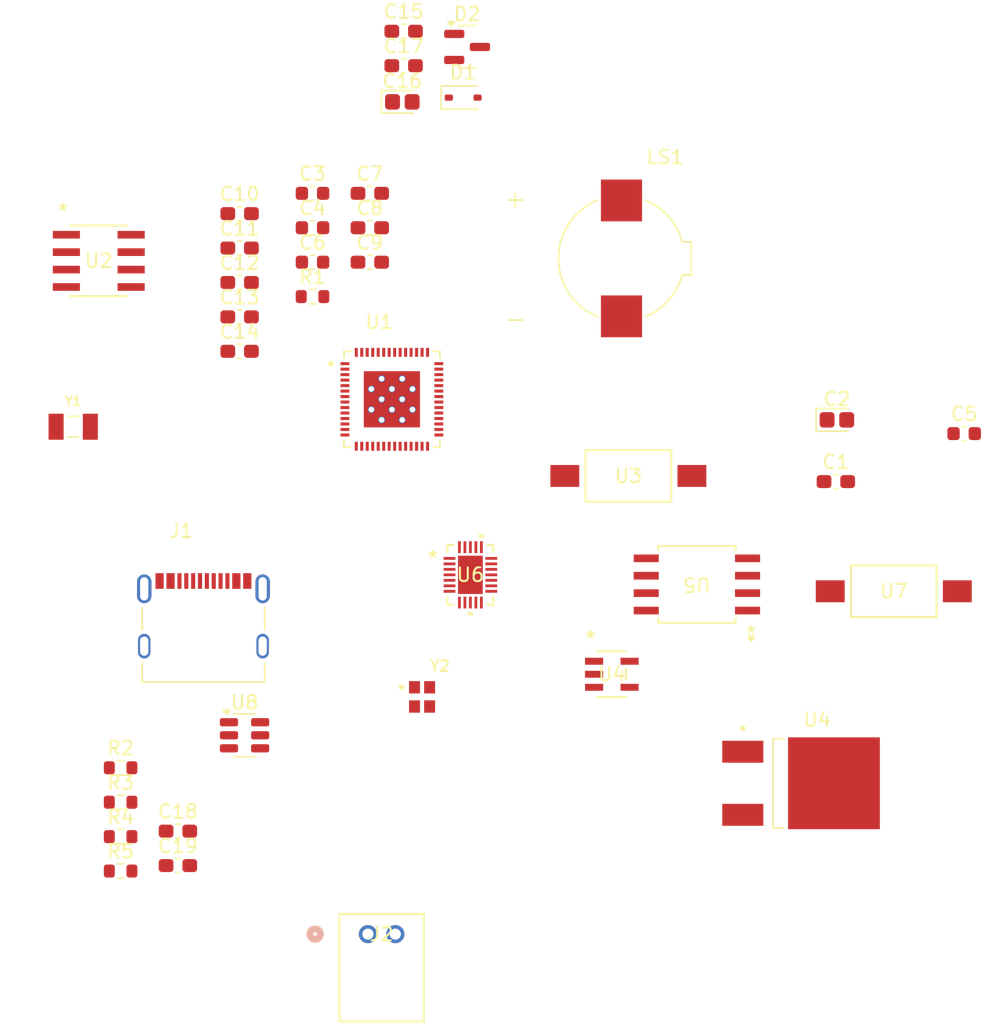
<source format=kicad_pcb>
(kicad_pcb (version 20241229) (generator "pcbnew") (generator_version "9.0")
  (layers (0 "F.Cu" signal) (2 "B.Cu" signal) (13 "F.Paste" user) (15 "B.Paste" user) (5 "F.SilkS" user "F.Silkscreen") (7 "B.SilkS" user "B.Silkscreen") (1 "F.Mask" user) (3 "B.Mask" user) (25 "Edge.Cuts" user))
  (net 0 "")
  (net 9 "SPI_WP")
  (net 14 "SPI_D")
  (net 29 "GND")
  (net 35 "VDD_SPI")
  (net 61 "SPI_HD")
  (net 62 "SPI_CLK")
  (net 63 "SPI_Q")
  (net 64 "SPI_CS0")
  (net 91 "XTAL32_P")
  (net 92 "XTAL32_N")
  (net 93 "Net-(C5-Pad2)")
  (net 94 "XTAL_N")
  (net 95 "+3.3V")
  (net 96 "XTAL_P")
  (net 97 "Net-(C12-Pad1)")
  (net 98 "Reset")
  (net 99 "Boot")
  (net 100 "+5V")
  (net 101 "+BATT")
  (net 102 "+5VA")
  (net 103 "USB_DP1")
  (net 104 "Net-(J1-CC1_B)")
  (net 105 "USB_DN1")
  (net 106 "Net-(J1-CC1_A)")
  (net 107 "USB_DN")
  (net 108 "USB_DP")
  (footprint "jst:CONN_S2B-PH-K-S_JST" (layer "F.Cu") (at 148.999999 86)
    (property "Reference" "J2" (at 1 0 0) (layer "F.SilkS"))
    (property "Value" "S2B-PH-K-SLFSN")
    (fp_line (start -2.0734 -1.477) (end -2.0734 6.3716) (stroke (width 0.1524)) (layer "F.SilkS"))
    (fp_line (start -2.0734 6.3716) (end 4.0734 6.3716) (stroke (width 0.1524)) (layer "F.SilkS"))
    (fp_line (start 4.0734 -1.477) (end -2.0734 -1.477) (stroke (width 0.1524)) (layer "F.SilkS"))
    (fp_line (start 4.0734 6.3716) (end 4.0734 -1.477) (stroke (width 0.1524)) (layer "F.SilkS"))
    (fp_circle (center -3.8514 0) (end -3.4704 0) (stroke (width 0.508)) (fill no) (layer "F.SilkS"))
    (fp_circle (center -3.8514 0) (end -3.4704 0) (stroke (width 0.508)) (fill no) (layer "B.SilkS"))
    (pad "1" thru_hole circle (at 0 0) (size 1.3208 1.3208) (drill 0.8128) (layers "*.Cu" "*.Mask") (net 101 "+BATT"))
    (pad "2" thru_hole circle (at 2.000001 0) (size 1.3208 1.3208) (drill 0.8128) (layers "*.Cu" "*.Mask") (net 29 "GND"))
  )
  (footprint "Capacitor_SMD:C_0603_1608Metric_Pad1.08x0.95mm_HandSolder" (layer "F.Cu") (at 135.1375 81)
    (property "Reference" "C19" (at 0 -1.43 0) (layer "F.SilkS"))
    (property "Value" "0.1 uF")
    (fp_line (start -0.146267 -0.51) (end 0.146267 -0.51) (stroke (width 0.12)) (layer "F.SilkS"))
    (fp_line (start -0.146267 0.51) (end 0.146267 0.51) (stroke (width 0.12)) (layer "F.SilkS"))
    (pad "1" smd roundrect (at -0.8625 0) (size 1.075 0.95) (layers "F.Cu" "F.Mask" "F.Paste") (net 98 "Reset"))
    (pad "2" smd roundrect (at 0.8625 0) (size 1.075 0.95) (layers "F.Cu" "F.Mask" "F.Paste") (net 29 "GND"))
  )
  (footprint "Capacitor_SMD:C_0603_1608Metric" (layer "F.Cu") (at 144.9575 34.49)
    (property "Reference" "C4" (at 0 -1.43 0) (layer "F.SilkS"))
    (property "Value" "22 pF")
    (fp_line (start -0.14058 -0.51) (end 0.14058 -0.51) (stroke (width 0.12)) (layer "F.SilkS"))
    (fp_line (start -0.14058 0.51) (end 0.14058 0.51) (stroke (width 0.12)) (layer "F.SilkS"))
    (pad "1" smd roundrect (at -0.775 0) (size 0.9 0.95) (layers "F.Cu" "F.Mask" "F.Paste") (net 92 "XTAL32_N"))
    (pad "2" smd roundrect (at 0.775 0) (size 0.9 0.95) (layers "F.Cu" "F.Mask" "F.Paste") (net 29 "GND"))
  )
  (footprint "Capacitor_SMD:C_0603_1608Metric_Pad1.08x0.95mm_HandSolder" (layer "F.Cu") (at 149.1375 37)
    (property "Reference" "C9" (at 0 -1.43 0) (layer "F.SilkS"))
    (property "Value" "0.1 uF")
    (fp_line (start -0.146267 -0.51) (end 0.146267 -0.51) (stroke (width 0.12)) (layer "F.SilkS"))
    (fp_line (start -0.146267 0.51) (end 0.146267 0.51) (stroke (width 0.12)) (layer "F.SilkS"))
    (pad "1" smd roundrect (at -0.8625 0) (size 1.075 0.95) (layers "F.Cu" "F.Mask" "F.Paste") (net 95 "+3.3V"))
    (pad "2" smd roundrect (at 0.8625 0) (size 1.075 0.95) (layers "F.Cu" "F.Mask" "F.Paste") (net 29 "GND"))
  )
  (footprint "L78M05CDT_TR:VREG_L78M05CDT-TR" (layer "F.Cu") (at 180.6 75)
    (property "Reference" "U4" (at 1.175 -4.635 0) (layer "F.SilkS"))
    (property "Value" "L78M05CDT-TR")
    (fp_line (start -2.0375 -3.25) (end -2.0375 3.25) (stroke (width 0.127)) (layer "F.SilkS"))
    (fp_line (start -2.0375 3.25) (end -1.264 3.25) (stroke (width 0.127)) (layer "F.SilkS"))
    (fp_line (start -1.264 -3.25) (end -2.0375 -3.25) (stroke (width 0.127)) (layer "F.SilkS"))
    (fp_circle (center -4.25 -4) (end -4.15 -4) (stroke (width 0.2)) (fill no) (layer "F.SilkS"))
    (pad "1" smd rect (at -4.25 -2.3) (size 3 1.6) (layers "F.Cu" "F.Mask" "F.Paste") (net 100 "+5V"))
    (pad "2" smd rect (at 2.4 0) (size 6.7 6.7) (layers "F.Cu" "F.Mask") (net 29 "GND"))
    (pad "3" smd rect (at -4.25 2.3) (size 3 1.6) (layers "F.Cu" "F.Mask" "F.Paste") (net 95 "+3.3V"))
  )
  (footprint "Capacitor_SMD:C_0603_1608Metric_Pad1.08x0.95mm_HandSolder" (layer "F.Cu") (at 149.1375 34.49)
    (property "Reference" "C8" (at 0 -1.43 0) (layer "F.SilkS"))
    (property "Value" "0.1 uF")
    (fp_line (start -0.146267 -0.51) (end 0.146267 -0.51) (stroke (width 0.12)) (layer "F.SilkS"))
    (fp_line (start -0.146267 0.51) (end 0.146267 0.51) (stroke (width 0.12)) (layer "F.SilkS"))
    (pad "1" smd roundrect (at -0.8625 0) (size 1.075 0.95) (layers "F.Cu" "F.Mask" "F.Paste") (net 95 "+3.3V"))
    (pad "2" smd roundrect (at 0.8625 0) (size 1.075 0.95) (layers "F.Cu" "F.Mask" "F.Paste") (net 29 "GND"))
  )
  (footprint "Resistor_SMD:R_0603_1608Metric" (layer "F.Cu") (at 130.9575 78.89)
    (property "Reference" "R4" (at 0 -1.43 0) (layer "F.SilkS"))
    (property "Value" "5 K")
    (fp_line (start -0.237258 -0.5225) (end 0.237258 -0.5225) (stroke (width 0.12)) (layer "F.SilkS"))
    (fp_line (start -0.237258 0.5225) (end 0.237258 0.5225) (stroke (width 0.12)) (layer "F.SilkS"))
    (pad "1" smd roundrect (at -0.825 0) (size 0.8 0.95) (layers "F.Cu" "F.Mask" "F.Paste") (net 104 "Net-(J1-CC1_B)"))
    (pad "2" smd roundrect (at 0.825 0) (size 0.8 0.95) (layers "F.Cu" "F.Mask" "F.Paste") (net 29 "GND"))
  )
  (footprint "Capacitor_SMD:C_0603_1608Metric_Pad1.08x0.95mm_HandSolder" (layer "F.Cu") (at 135.1375 78.49)
    (property "Reference" "C18" (at 0 -1.43 0) (layer "F.SilkS"))
    (property "Value" "0.1 uF")
    (fp_line (start -0.146267 -0.51) (end 0.146267 -0.51) (stroke (width 0.12)) (layer "F.SilkS"))
    (fp_line (start -0.146267 0.51) (end 0.146267 0.51) (stroke (width 0.12)) (layer "F.SilkS"))
    (pad "1" smd roundrect (at -0.8625 0) (size 1.075 0.95) (layers "F.Cu" "F.Mask" "F.Paste") (net 99 "Boot"))
    (pad "2" smd roundrect (at 0.8625 0) (size 1.075 0.95) (layers "F.Cu" "F.Mask" "F.Paste") (net 29 "GND"))
  )
  (footprint "Capacitor_Tantalum_SMD:CP_EIA-1608-08_AVX-J" (layer "F.Cu") (at 151.51 25.31)
    (property "Reference" "C16" (at 0 -1.52 0) (layer "F.SilkS"))
    (property "Value" "10 uF")
    (fp_line (start -1.52 -0.825) (end -1.52 0.825) (stroke (width 0.12)) (layer "F.SilkS"))
    (fp_line (start -1.52 0.825) (end 0.8 0.825) (stroke (width 0.12)) (layer "F.SilkS"))
    (fp_line (start 0.8 -0.825) (end -1.52 -0.825) (stroke (width 0.12)) (layer "F.SilkS"))
    (pad "1" smd roundrect (at -0.715 0) (size 1.09 1.13) (layers "F.Cu" "F.Mask" "F.Paste") (roundrect_rratio 0.229358) (net 95 "+3.3V"))
    (pad "2" smd roundrect (at 0.715 0) (size 1.09 1.13) (layers "F.Cu" "F.Mask" "F.Paste") (roundrect_rratio 0.229358) (net 29 "GND"))
  )
  (footprint "Resistor_SMD:R_0603_1608Metric" (layer "F.Cu") (at 130.9575 81.4)
    (property "Reference" "R5" (at 0 -1.43 0) (layer "F.SilkS"))
    (property "Value" "5 K")
    (fp_line (start -0.237258 -0.5225) (end 0.237258 -0.5225) (stroke (width 0.12)) (layer "F.SilkS"))
    (fp_line (start -0.237258 0.5225) (end 0.237258 0.5225) (stroke (width 0.12)) (layer "F.SilkS"))
    (pad "1" smd roundrect (at -0.825 0) (size 0.8 0.95) (layers "F.Cu" "F.Mask" "F.Paste") (net 29 "GND"))
    (pad "2" smd roundrect (at 0.825 0) (size 0.8 0.95) (layers "F.Cu" "F.Mask" "F.Paste") (net 106 "Net-(J1-CC1_A)"))
  )
  (footprint "Package_TO_SOT_SMD:SOT-23-6" (layer "F.Cu") (at 140 71.5)
    (property "Reference" "U8" (at 0 -2.4 0) (layer "F.SilkS"))
    (property "Value" "USBLC6-2SC6")
    (fp_line (start 0 -1.56) (end -0.8 -1.56) (stroke (width 0.12)) (layer "F.SilkS"))
    (fp_line (start 0 -1.56) (end 0.8 -1.56) (stroke (width 0.12)) (layer "F.SilkS"))
    (fp_line (start 0 1.56) (end -0.8 1.56) (stroke (width 0.12)) (layer "F.SilkS"))
    (fp_line (start 0 1.56) (end 0.8 1.56) (stroke (width 0.12)) (layer "F.SilkS"))
    (fp_poly (pts (xy -1.3 -1.51) (xy -1.54 -1.84) (xy -1.06 -1.84)) (stroke (width 0.12)) (fill yes) (layer "F.SilkS"))
    (pad "1" smd roundrect (at -1.1375 -0.95) (size 1.325 0.6) (layers "F.Cu" "F.Mask" "F.Paste") (net 108 "USB_DP"))
    (pad "2" smd roundrect (at -1.1375 0) (size 1.325 0.6) (layers "F.Cu" "F.Mask" "F.Paste") (net 29 "GND"))
    (pad "3" smd roundrect (at -1.1375 0.95) (size 1.325 0.6) (layers "F.Cu" "F.Mask" "F.Paste") (net 107 "USB_DN"))
    (pad "4" smd roundrect (at 1.1375 0.95) (size 1.325 0.6) (layers "F.Cu" "F.Mask" "F.Paste") (net 105 "USB_DN1"))
    (pad "5" smd roundrect (at 1.1375 0) (size 1.325 0.6) (layers "F.Cu" "F.Mask" "F.Paste") (net 102 "+5VA"))
    (pad "6" smd roundrect (at 1.1375 -0.95) (size 1.325 0.6) (layers "F.Cu" "F.Mask" "F.Paste") (net 103 "USB_DP1"))
  )
  (footprint "CX2016DB40000D0FLJCC:OSC_CX2016DB40000D0FLJCC" (layer "F.Cu") (at 152.95 68.7)
    (property "Reference" "Y2" (at 1.3 -2.25 0) (layer "F.SilkS") (effects (font (size 0.787402 0.787402))))
    (property "Value" "CX2016DB40000D0FLJCC")
    (fp_circle (center -1.5 -0.7) (end -1.4 -0.7) (stroke (width 0.2)) (fill no) (layer "F.SilkS"))
    (pad "1" smd rect (at -0.55 -0.7) (size 0.8 0.9) (layers "F.Cu" "F.Mask" "F.Paste") (net 93 "Net-(C5-Pad2)"))
    (pad "2" smd rect (at -0.55 0.7) (size 0.8 0.9) (layers "F.Cu" "F.Mask" "F.Paste") (net 29 "GND"))
    (pad "3" smd rect (at 0.55 0.7) (size 0.8 0.9) (layers "F.Cu" "F.Mask" "F.Paste") (net 94 "XTAL_N"))
    (pad "4" smd rect (at 0.55 -0.7) (size 0.8 0.9) (layers "F.Cu" "F.Mask" "F.Paste"))
  )
  (footprint "mx flash:SOP8_200MIL_MAC-M" (layer "F.Cu") (at 173 60.5 180)
    (property "Reference" "U5" (at 0 0 180) (layer "F.SilkS"))
    (property "Value" "MX25L6433FM2I-08Q")
    (fp_line (start 2.8194 2.794) (end 2.8194 2.51714) (stroke (width 0.1524)) (layer "F.SilkS"))
    (fp_line (start 2.8194 -2.51714) (end 2.8194 -2.794) (stroke (width 0.1524)) (layer "F.SilkS"))
    (fp_line (start 2.8194 -2.794) (end -2.8194 -2.794) (stroke (width 0.1524)) (layer "F.SilkS"))
    (fp_line (start -2.8194 2.794) (end 2.8194 2.794) (stroke (width 0.1524)) (layer "F.SilkS"))
    (fp_line (start -2.8194 2.51714) (end -2.8194 2.794) (stroke (width 0.1524)) (layer "F.SilkS"))
    (fp_line (start -2.8194 -2.794) (end -2.8194 -2.51714) (stroke (width 0.1524)) (layer "F.SilkS"))
    (fp_text user "*" (at -3.9497 -3.6068 0) (layer "F.SilkS"))
    (fp_text user "*" (at -3.9497 -3.6068 180) (layer "F.SilkS"))
    (pad "1" smd rect (at -3.6957 -1.905 180) (size 1.8288 0.5588) (layers "F.Cu" "F.Mask" "F.Paste") (net 64 "SPI_CS0"))
    (pad "2" smd rect (at -3.6957 -0.635 180) (size 1.8288 0.5588) (layers "F.Cu" "F.Mask" "F.Paste") (net 63 "SPI_Q"))
    (pad "3" smd rect (at -3.6957 0.635 180) (size 1.8288 0.5588) (layers "F.Cu" "F.Mask" "F.Paste") (net 9 "SPI_WP"))
    (pad "4" smd rect (at -3.6957 1.905 180) (size 1.8288 0.5588) (layers "F.Cu" "F.Mask" "F.Paste") (net 29 "GND"))
    (pad "5" smd rect (at 3.6957 1.905 180) (size 1.8288 0.5588) (layers "F.Cu" "F.Mask" "F.Paste") (net 14 "SPI_D"))
    (pad "6" smd rect (at 3.6957 0.635 180) (size 1.8288 0.5588) (layers "F.Cu" "F.Mask" "F.Paste") (net 62 "SPI_CLK"))
    (pad "7" smd rect (at 3.6957 -0.635 180) (size 1.8288 0.5588) (layers "F.Cu" "F.Mask" "F.Paste") (net 61 "SPI_HD"))
    (pad "8" smd rect (at 3.6957 -1.905 180) (size 1.8288 0.5588) (layers "F.Cu" "F.Mask" "F.Paste") (net 35 "VDD_SPI"))
  )
  (footprint "12402012E212A:AMPHENOL_12402012E212A" (layer "F.Cu") (at 137 65)
    (property "Reference" "J1" (at -1.62 -8.405 0) (layer "F.SilkS"))
    (property "Value" "12402012E212A")
    (fp_line (start -4.47 -2.81) (end -4.47 -1.22) (stroke (width 0.127)) (layer "F.SilkS"))
    (fp_line (start -4.47 2.6) (end -4.47 1.22) (stroke (width 0.127)) (layer "F.SilkS"))
    (fp_line (start 4.47 -2.81) (end 4.47 -1.22) (stroke (width 0.127)) (layer "F.SilkS"))
    (fp_line (start 4.47 2.6) (end -4.47 2.6) (stroke (width 0.127)) (layer "F.SilkS"))
    (fp_line (start 4.47 2.6) (end 4.47 1.22) (stroke (width 0.127)) (layer "F.SilkS"))
    (pad "" np_thru_hole circle (at -2.89 -3.68) (size 0.65 0.65) (drill 0.65) (layers "*.Cu" "*.Mask"))
    (pad "" np_thru_hole circle (at 2.89 -3.68) (size 0.65 0.65) (drill 0.65) (layers "*.Cu" "*.Mask"))
    (pad "A1_B12" smd rect (at -3.2 -4.75) (size 0.6 1.14) (layers "F.Cu" "F.Mask" "F.Paste") (net 29 "GND"))
    (pad "A4_B9" smd rect (at -2.4 -4.75) (size 0.6 1.14) (layers "F.Cu" "F.Mask" "F.Paste") (net 102 "+5VA"))
    (pad "A5" smd rect (at -1.25 -4.75) (size 0.3 1.14) (layers "F.Cu" "F.Mask" "F.Paste") (net 106 "Net-(J1-CC1_A)"))
    (pad "A6" smd rect (at -0.25 -4.75) (size 0.3 1.14) (layers "F.Cu" "F.Mask" "F.Paste") (net 103 "USB_DP1"))
    (pad "A7" smd rect (at 0.25 -4.75) (size 0.3 1.14) (layers "F.Cu" "F.Mask" "F.Paste") (net 105 "USB_DN1"))
    (pad "A8" smd rect (at 1.25 -4.75) (size 0.3 1.14) (layers "F.Cu" "F.Mask" "F.Paste"))
    (pad "B1_A12" smd rect (at 3.2 -4.75) (size 0.6 1.14) (layers "F.Cu" "F.Mask" "F.Paste") (net 29 "GND"))
    (pad "B4_A9" smd rect (at 2.4 -4.75) (size 0.6 1.14) (layers "F.Cu" "F.Mask" "F.Paste") (net 102 "+5VA"))
    (pad "B5" smd rect (at 1.75 -4.75) (size 0.3 1.14) (layers "F.Cu" "F.Mask" "F.Paste") (net 104 "Net-(J1-CC1_B)"))
    (pad "B6" smd rect (at 0.75 -4.75) (size 0.3 1.14) (layers "F.Cu" "F.Mask" "F.Paste") (net 103 "USB_DP1"))
    (pad "B7" smd rect (at -0.75 -4.75) (size 0.3 1.14) (layers "F.Cu" "F.Mask" "F.Paste") (net 105 "USB_DN1"))
    (pad "B8" smd rect (at -1.75 -4.75) (size 0.3 1.14) (layers "F.Cu" "F.Mask" "F.Paste"))
    (pad "SH1" thru_hole oval (at -4.32 -4.18) (size 1.05 2.1) (drill oval 0.6 1.7) (layers "*.Cu" "*.Mask"))
    (pad "SH2" thru_hole oval (at 4.32 -4.18) (size 1.05 2.1) (drill oval 0.6 1.7) (layers "*.Cu" "*.Mask"))
    (pad "SH3" thru_hole oval (at -4.32 0) (size 0.9 1.8) (drill oval 0.6 1.4) (layers "*.Cu" "*.Mask"))
    (pad "SH4" thru_hole oval (at 4.32 0) (size 0.9 1.8) (drill oval 0.6 1.4) (layers "*.Cu" "*.Mask"))
  )
  (footprint "Capacitor_SMD:C_0603_1608Metric" (layer "F.Cu") (at 192.5 49.5)
    (property "Reference" "C5" (at 0 -1.43 0) (layer "F.SilkS"))
    (property "Value" "6 pF")
    (fp_line (start -0.14058 -0.51) (end 0.14058 -0.51) (stroke (width 0.12)) (layer "F.SilkS"))
    (fp_line (start -0.14058 0.51) (end 0.14058 0.51) (stroke (width 0.12)) (layer "F.SilkS"))
    (pad "1" smd roundrect (at -0.775 0) (size 0.9 0.95) (layers "F.Cu" "F.Mask" "F.Paste") (net 29 "GND"))
    (pad "2" smd roundrect (at 0.775 0) (size 0.9 0.95) (layers "F.Cu" "F.Mask" "F.Paste") (net 93 "Net-(C5-Pad2)"))
  )
  (footprint "Diode_SMD:D_SOD-323" (layer "F.Cu") (at 155.95 25)
    (property "Reference" "D1" (at 0 -1.85 0) (layer "F.SilkS"))
    (property "Value" "SD03_SOD323")
    (fp_line (start -1.61 -0.85) (end -1.61 0.85) (stroke (width 0.12)) (layer "F.SilkS"))
    (fp_line (start -1.61 -0.85) (end 1.05 -0.85) (stroke (width 0.12)) (layer "F.SilkS"))
    (fp_line (start -1.61 0.85) (end 1.05 0.85) (stroke (width 0.12)) (layer "F.SilkS"))
    (pad "1" smd roundrect (at -1.05 0) (size 0.6 0.45) (layers "F.Cu" "F.Mask" "F.Paste") (net 29 "GND"))
    (pad "2" smd roundrect (at 1.05 0) (size 0.6 0.45) (layers "F.Cu" "F.Mask" "F.Paste") (net 95 "+3.3V"))
  )
  (footprint "Capacitor_SMD:C_0603_1608Metric_Pad1.08x0.95mm_HandSolder" (layer "F.Cu") (at 139.6375 40.99)
    (property "Reference" "C13" (at 0 -1.43 0) (layer "F.SilkS"))
    (property "Value" "10 nF")
    (fp_line (start -0.146267 -0.51) (end 0.146267 -0.51) (stroke (width 0.12)) (layer "F.SilkS"))
    (fp_line (start -0.146267 0.51) (end 0.146267 0.51) (stroke (width 0.12)) (layer "F.SilkS"))
    (pad "1" smd roundrect (at -0.8625 0) (size 1.075 0.95) (layers "F.Cu" "F.Mask" "F.Paste") (net 95 "+3.3V"))
    (pad "2" smd roundrect (at 0.8625 0) (size 1.075 0.95) (layers "F.Cu" "F.Mask" "F.Paste") (net 29 "GND"))
  )
  (footprint "FSMSMTR:SWITCH_FSMSMTR_TYC" (layer "F.Cu") (at 182.729 61)
    (property "Reference" "U7" (at 4.6355 0 0) (layer "F.SilkS"))
    (property "Value" "FSMSMTR")
    (fp_line (start 1.5113 -1.8796) (end 1.5113 1.8796) (stroke (width 0.1524)) (layer "F.SilkS"))
    (fp_line (start 1.5113 1.8796) (end 7.7597 1.8796) (stroke (width 0.1524)) (layer "F.SilkS"))
    (fp_line (start 7.7597 -1.8796) (end 1.5113 -1.8796) (stroke (width 0.1524)) (layer "F.SilkS"))
    (fp_line (start 7.7597 1.8796) (end 7.7597 -1.8796) (stroke (width 0.1524)) (layer "F.SilkS"))
    (pad "1" smd rect (at 0 0) (size 2.1082 1.6002) (layers "F.Cu" "F.Mask" "F.Paste") (net 29 "GND"))
    (pad "2" smd rect (at 9.271 0) (size 2.1082 1.6002) (layers "F.Cu" "F.Mask" "F.Paste") (net 98 "Reset"))
  )
  (footprint "MIC5504:SOT-23-5_MC_MCH" (layer "F.Cu") (at 166.7954 67.049999)
    (property "Reference" "U4" (at 0 0 0) (layer "F.SilkS"))
    (property "Value" "MIC5504-3.3YM5-TR")
    (fp_line (start -1.0287 1.6764) (end 1.0287 1.6764) (stroke (width 0.1524)) (layer "F.SilkS"))
    (fp_line (start 1.0287 -1.6764) (end -1.0287 -1.6764) (stroke (width 0.1524)) (layer "F.SilkS"))
    (fp_line (start 1.0287 0.363261) (end 1.0287 -0.363261) (stroke (width 0.1524)) (layer "F.SilkS"))
    (fp_text user "*" (at -1.5494 -2.601 0) (layer "F.SilkS"))
    (fp_text user "*" (at -1.5494 -2.601 0) (layer "F.SilkS"))
    (pad "1" smd rect (at -1.2954 -0.950001) (size 1.3208 0.508) (layers "F.Cu" "F.Mask" "F.Paste"))
    (pad "2" smd rect (at -1.2954 0) (size 1.3208 0.508) (layers "F.Cu" "F.Mask" "F.Paste"))
    (pad "3" smd rect (at -1.2954 0.950001) (size 1.3208 0.508) (layers "F.Cu" "F.Mask" "F.Paste"))
    (pad "4" smd rect (at 1.2954 0.950001) (size 1.3208 0.508) (layers "F.Cu" "F.Mask" "F.Paste"))
    (pad "5" smd rect (at 1.2954 -0.950001) (size 1.3208 0.508) (layers "F.Cu" "F.Mask" "F.Paste"))
  )
  (footprint "FSMSMTR:SWITCH_FSMSMTR_TYC" (layer "F.Cu") (at 163.3645 52.589799)
    (property "Reference" "U3" (at 4.6355 0 0) (layer "F.SilkS"))
    (property "Value" "FSMSMTR")
    (fp_line (start 1.5113 -1.8796) (end 1.5113 1.8796) (stroke (width 0.1524)) (layer "F.SilkS"))
    (fp_line (start 1.5113 1.8796) (end 7.7597 1.8796) (stroke (width 0.1524)) (layer "F.SilkS"))
    (fp_line (start 7.7597 -1.8796) (end 1.5113 -1.8796) (stroke (width 0.1524)) (layer "F.SilkS"))
    (fp_line (start 7.7597 1.8796) (end 7.7597 -1.8796) (stroke (width 0.1524)) (layer "F.SilkS"))
    (pad "1" smd rect (at 0 0) (size 2.1082 1.6002) (layers "F.Cu" "F.Mask" "F.Paste") (net 29 "GND"))
    (pad "2" smd rect (at 9.271 0) (size 2.1082 1.6002) (layers "F.Cu" "F.Mask" "F.Paste") (net 99 "Boot"))
  )
  (footprint "Capacitor_SMD:C_0603_1608Metric_Pad1.08x0.95mm_HandSolder" (layer "F.Cu") (at 139.6375 38.48)
    (property "Reference" "C12" (at 0 -1.43 0) (layer "F.SilkS"))
    (property "Value" "0.1 uF")
    (fp_line (start -0.146267 -0.51) (end 0.146267 -0.51) (stroke (width 0.12)) (layer "F.SilkS"))
    (fp_line (start -0.146267 0.51) (end 0.146267 0.51) (stroke (width 0.12)) (layer "F.SilkS"))
    (pad "1" smd roundrect (at -0.8625 0) (size 1.075 0.95) (layers "F.Cu" "F.Mask" "F.Paste") (net 97 "Net-(C12-Pad1)"))
    (pad "2" smd roundrect (at 0.8625 0) (size 1.075 0.95) (layers "F.Cu" "F.Mask" "F.Paste") (net 29 "GND"))
  )
  (footprint "Resistor_SMD:R_0603_1608Metric" (layer "F.Cu") (at 144.9575 39.51)
    (property "Reference" "R1" (at 0 -1.43 0) (layer "F.SilkS"))
    (property "Value" "0")
    (fp_line (start -0.237258 -0.5225) (end 0.237258 -0.5225) (stroke (width 0.12)) (layer "F.SilkS"))
    (fp_line (start -0.237258 0.5225) (end 0.237258 0.5225) (stroke (width 0.12)) (layer "F.SilkS"))
    (pad "1" smd roundrect (at -0.825 0) (size 0.8 0.95) (layers "F.Cu" "F.Mask" "F.Paste") (net 93 "Net-(C5-Pad2)"))
    (pad "2" smd roundrect (at 0.825 0) (size 0.8 0.95) (layers "F.Cu" "F.Mask" "F.Paste") (net 96 "XTAL_P"))
  )
  (footprint "Capacitor_SMD:C_0603_1608Metric_Pad1.08x0.95mm_HandSolder" (layer "F.Cu") (at 139.6375 43.5)
    (property "Reference" "C14" (at 0 -1.43 0) (layer "F.SilkS"))
    (property "Value" "1 uF")
    (fp_line (start -0.146267 -0.51) (end 0.146267 -0.51) (stroke (width 0.12)) (layer "F.SilkS"))
    (fp_line (start -0.146267 0.51) (end 0.146267 0.51) (stroke (width 0.12)) (layer "F.SilkS"))
    (pad "1" smd roundrect (at -0.8625 0) (size 1.075 0.95) (layers "F.Cu" "F.Mask" "F.Paste") (net 95 "+3.3V"))
    (pad "2" smd roundrect (at 0.8625 0) (size 1.075 0.95) (layers "F.Cu" "F.Mask" "F.Paste") (net 29 "GND"))
  )
  (footprint "Capacitor_SMD:C_0603_1608Metric_Pad1.08x0.95mm_HandSolder" (layer "F.Cu") (at 149.1375 31.98)
    (property "Reference" "C7" (at 0 -1.43 0) (layer "F.SilkS"))
    (property "Value" "0.1 uF")
    (fp_line (start -0.146267 -0.51) (end 0.146267 -0.51) (stroke (width 0.12)) (layer "F.SilkS"))
    (fp_line (start -0.146267 0.51) (end 0.146267 0.51) (stroke (width 0.12)) (layer "F.SilkS"))
    (pad "1" smd roundrect (at -0.8625 0) (size 1.075 0.95) (layers "F.Cu" "F.Mask" "F.Paste") (net 35 "VDD_SPI"))
    (pad "2" smd roundrect (at 0.8625 0) (size 1.075 0.95) (layers "F.Cu" "F.Mask" "F.Paste") (net 29 "GND"))
  )
  (footprint "footprints:QFN-24_MP6543-M" (layer "F.Cu") (at 156.476 59.8)
    (property "Reference" "U6" (at 0 0 0) (layer "F.SilkS"))
    (property "Value" "MP6543HGL-B-Z")
    (fp_line (start -1.6764 -2.1717) (end -1.6764 -1.63434) (stroke (width 0.1524)) (layer "F.SilkS"))
    (fp_line (start -1.6764 1.63434) (end -1.6764 2.1717) (stroke (width 0.1524)) (layer "F.SilkS"))
    (fp_line (start -1.6764 2.1717) (end -1.234341 2.1717) (stroke (width 0.1524)) (layer "F.SilkS"))
    (fp_line (start -1.234341 -2.1717) (end -1.6764 -2.1717) (stroke (width 0.1524)) (layer "F.SilkS"))
    (fp_line (start 1.234341 2.1717) (end 1.6764 2.1717) (stroke (width 0.1524)) (layer "F.SilkS"))
    (fp_line (start 1.6764 -2.1717) (end 1.234341 -2.1717) (stroke (width 0.1524)) (layer "F.SilkS"))
    (fp_line (start 1.6764 -1.63434) (end 1.6764 -2.1717) (stroke (width 0.1524)) (layer "F.SilkS"))
    (fp_line (start 1.6764 2.1717) (end 1.6764 1.63434) (stroke (width 0.1524)) (layer "F.SilkS"))
    (fp_poly (pts (xy -0.1905 2.7051) (xy -0.1905 2.9591) (xy 0.1905 2.9591) (xy 0.1905 2.7051)) (fill yes) (layer "F.SilkS"))
    (fp_poly (pts (xy 0.609501 -2.7051) (xy 0.609501 -2.9591) (xy 0.990501 -2.9591) (xy 0.990501 -2.7051)) (fill yes) (layer "F.SilkS"))
    (fp_text user "*" (at -2.7432 -1.2 0) (layer "F.SilkS"))
    (fp_text user "*" (at -2.7432 -1.2 0) (layer "F.SilkS"))
    (pad "1" smd rect (at -1.524 -1.2 90) (size 0.2032 0.8636) (layers "F.Cu" "F.Mask" "F.Paste"))
    (pad "2" smd rect (at -1.524 -0.800001 90) (size 0.2032 0.8636) (layers "F.Cu" "F.Mask" "F.Paste"))
    (pad "3" smd rect (at -1.524 -0.399999 90) (size 0.2032 0.8636) (layers "F.Cu" "F.Mask" "F.Paste"))
    (pad "4" smd rect (at -1.524 0 90) (size 0.2032 0.8636) (layers "F.Cu" "F.Mask" "F.Paste"))
    (pad "5" smd rect (at -1.524 0.399999 90) (size 0.2032 0.8636) (layers "F.Cu" "F.Mask" "F.Paste"))
    (pad "6" smd rect (at -1.524 0.800001 90) (size 0.2032 0.8636) (layers "F.Cu" "F.Mask" "F.Paste"))
    (pad "7" smd rect (at -1.524 1.2 90) (size 0.2032 0.8636) (layers "F.Cu" "F.Mask" "F.Paste"))
    (pad "8" smd rect (at -0.800001 2.0193) (size 0.2032 0.8636) (layers "F.Cu" "F.Mask" "F.Paste"))
    (pad "9" smd rect (at -0.399999 2.0193) (size 0.2032 0.8636) (layers "F.Cu" "F.Mask" "F.Paste"))
    (pad "10" smd rect (at 0 2.0193) (size 0.2032 0.8636) (layers "F.Cu" "F.Mask" "F.Paste"))
    (pad "11" smd rect (at 0.399999 2.0193) (size 0.2032 0.8636) (layers "F.Cu" "F.Mask" "F.Paste"))
    (pad "12" smd rect (at 0.800001 2.0193) (size 0.2032 0.8636) (layers "F.Cu" "F.Mask" "F.Paste"))
    (pad "13" smd rect (at 1.524 1.2 90) (size 0.2032 0.8636) (layers "F.Cu" "F.Mask" "F.Paste"))
    (pad "14" smd rect (at 1.524 0.800001 90) (size 0.2032 0.8636) (layers "F.Cu" "F.Mask" "F.Paste"))
    (pad "15" smd rect (at 1.524 0.399999 90) (size 0.2032 0.8636) (layers "F.Cu" "F.Mask" "F.Paste"))
    (pad "16" smd rect (at 1.524 0 90) (size 0.2032 0.8636) (layers "F.Cu" "F.Mask" "F.Paste"))
    (pad "17" smd rect (at 1.524 -0.399999 90) (size 0.2032 0.8636) (layers "F.Cu" "F.Mask" "F.Paste"))
    (pad "18" smd rect (at 1.524 -0.800001 90) (size 0.2032 0.8636) (layers "F.Cu" "F.Mask" "F.Paste"))
    (pad "19" smd rect (at 1.524 -1.2 90) (size 0.2032 0.8636) (layers "F.Cu" "F.Mask" "F.Paste"))
    (pad "20" smd rect (at 0.800001 -2.0193) (size 0.2032 0.8636) (layers "F.Cu" "F.Mask" "F.Paste"))
    (pad "21" smd rect (at 0.399999 -2.0193) (size 0.2032 0.8636) (layers "F.Cu" "F.Mask" "F.Paste"))
    (pad "22" smd rect (at 0 -2.0193) (size 0.2032 0.8636) (layers "F.Cu" "F.Mask" "F.Paste"))
    (pad "23" smd rect (at -0.399999 -2.0193) (size 0.2032 0.8636) (layers "F.Cu" "F.Mask" "F.Paste"))
    (pad "24" smd rect (at -0.800001 -2.0193) (size 0.2032 0.8636) (layers "F.Cu" "F.Mask" "F.Paste"))
    (pad "25" smd rect (at 0 0) (size 1.8034 2.794) (layers "F.Cu" "F.Mask" "F.Paste"))
  )
  (footprint "SMTB_0927_TW_R(1):XDCR_SMTB-0927-TW-R" (layer "F.Cu") (at 167.5 36.725)
    (property "Reference" "LS1" (at 3.175 -7.385 0) (layer "F.SilkS"))
    (property "Value" "SMTB-0927-TW-R")
    (fp_line (start -7.75 -4.75) (end -7.75 -3.75) (stroke (width 0.127)) (layer "F.SilkS"))
    (fp_line (start -7.25 -4.25) (end -8.25 -4.25) (stroke (width 0.127)) (layer "F.SilkS"))
    (fp_line (start -7.25 4.5) (end -8.25 4.5) (stroke (width 0.127)) (layer "F.SilkS"))
    (fp_line (start -4.6 -0.06) (end -4.59 0.43) (stroke (width 0.127)) (layer "F.SilkS"))
    (fp_line (start -4.59 0.43) (end -4.51 0.93) (stroke (width 0.127)) (layer "F.SilkS"))
    (fp_line (start -4.57 -0.57) (end -4.6 -0.06) (stroke (width 0.127)) (layer "F.SilkS"))
    (fp_line (start -4.51 0.93) (end -4.41 1.33) (stroke (width 0.127)) (layer "F.SilkS"))
    (fp_line (start -4.47 -1.12) (end -4.57 -0.57) (stroke (width 0.127)) (layer "F.SilkS"))
    (fp_line (start -4.41 1.33) (end -4.29 1.66) (stroke (width 0.127)) (layer "F.SilkS"))
    (fp_line (start -4.36 -1.46) (end -4.47 -1.12) (stroke (width 0.127)) (layer "F.SilkS"))
    (fp_line (start -4.29 1.66) (end -4.18 1.93) (stroke (width 0.127)) (layer "F.SilkS"))
    (fp_line (start -4.24 -1.78) (end -4.36 -1.46) (stroke (width 0.127)) (layer "F.SilkS"))
    (fp_line (start -4.18 1.93) (end -4.01 2.26) (stroke (width 0.127)) (layer "F.SilkS"))
    (fp_line (start -4.09 -2.11) (end -4.24 -1.78) (stroke (width 0.127)) (layer "F.SilkS"))
    (fp_line (start -4.01 2.26) (end -3.8 2.59) (stroke (width 0.127)) (layer "F.SilkS"))
    (fp_line (start -3.91 -2.43) (end -4.09 -2.11) (stroke (width 0.127)) (layer "F.SilkS"))
    (fp_line (start -3.8 2.59) (end -3.58 2.89) (stroke (width 0.127)) (layer "F.SilkS"))
    (fp_line (start -3.66 -2.79) (end -3.91 -2.43) (stroke (width 0.127)) (layer "F.SilkS"))
    (fp_line (start -3.58 2.89) (end -3.34 3.16) (stroke (width 0.127)) (layer "F.SilkS"))
    (fp_line (start -3.42 -3.08) (end -3.66 -2.79) (stroke (width 0.127)) (layer "F.SilkS"))
    (fp_line (start -3.34 3.16) (end -3.14 3.36) (stroke (width 0.127)) (layer "F.SilkS"))
    (fp_line (start -3.19 -3.31) (end -3.42 -3.08) (stroke (width 0.127)) (layer "F.SilkS"))
    (fp_line (start -3.14 3.36) (end -2.91 3.56) (stroke (width 0.127)) (layer "F.SilkS"))
    (fp_line (start -2.91 3.56) (end -2.53 3.84) (stroke (width 0.127)) (layer "F.SilkS"))
    (fp_line (start -2.79 -3.66) (end -3.19 -3.31) (stroke (width 0.127)) (layer "F.SilkS"))
    (fp_line (start -2.53 3.84) (end -2.23 4.02) (stroke (width 0.127)) (layer "F.SilkS"))
    (fp_line (start -2.5 -3.86) (end -2.79 -3.66) (stroke (width 0.127)) (layer "F.SilkS"))
    (fp_line (start -2.23 4.02) (end -2.02 4.13) (stroke (width 0.127)) (layer "F.SilkS"))
    (fp_line (start -2.17 -4.06) (end -2.5 -3.86) (stroke (width 0.127)) (layer "F.SilkS"))
    (fp_line (start -2.02 4.13) (end -1.75 4.25) (stroke (width 0.127)) (layer "F.SilkS"))
    (fp_line (start -1.74 -4.26) (end -2.17 -4.06) (stroke (width 0.127)) (layer "F.SilkS"))
    (fp_line (start 1.78 -4.24) (end 1.75 -4.25) (stroke (width 0.127)) (layer "F.SilkS"))
    (fp_line (start 1.95 4.17) (end 1.75 4.25) (stroke (width 0.127)) (layer "F.SilkS"))
    (fp_line (start 2.29 -3.98) (end 1.78 -4.24) (stroke (width 0.127)) (layer "F.SilkS"))
    (fp_line (start 2.55 3.85) (end 1.95 4.17) (stroke (width 0.127)) (layer "F.SilkS"))
    (fp_line (start 2.7 -3.73) (end 2.29 -3.98) (stroke (width 0.127)) (layer "F.SilkS"))
    (fp_line (start 2.86 -3.6) (end 2.7 -3.73) (stroke (width 0.127)) (layer "F.SilkS"))
    (fp_line (start 3.08 3.42) (end 2.55 3.85) (stroke (width 0.127)) (layer "F.SilkS"))
    (fp_line (start 3.33 3.15) (end 3.08 3.42) (stroke (width 0.127)) (layer "F.SilkS"))
    (fp_line (start 3.46 -3.04) (end 2.86 -3.6) (stroke (width 0.127)) (layer "F.SilkS"))
    (fp_line (start 3.65 -2.8) (end 3.46 -3.04) (stroke (width 0.127)) (layer "F.SilkS"))
    (fp_line (start 3.66 2.78) (end 3.33 3.15) (stroke (width 0.127)) (layer "F.SilkS"))
    (fp_line (start 3.82 -2.56) (end 3.65 -2.8) (stroke (width 0.127)) (layer "F.SilkS"))
    (fp_line (start 3.95 -2.34) (end 3.82 -2.56) (stroke (width 0.127)) (layer "F.SilkS"))
    (fp_line (start 4.01 2.28) (end 3.66 2.78) (stroke (width 0.127)) (layer "F.SilkS"))
    (fp_line (start 4.07 -2.15) (end 3.95 -2.34) (stroke (width 0.127)) (layer "F.SilkS"))
    (fp_line (start 4.17 -1.95) (end 4.07 -2.15) (stroke (width 0.127)) (layer "F.SilkS"))
    (fp_line (start 4.24 1.75) (end 4.01 2.28) (stroke (width 0.127)) (layer "F.SilkS"))
    (fp_line (start 4.36 -1.44) (end 4.17 -1.95) (stroke (width 0.127)) (layer "F.SilkS"))
    (fp_line (start 4.4 1.4) (end 4.24 1.75) (stroke (width 0.127)) (layer "F.SilkS"))
    (fp_line (start 4.45 -1.2) (end 4.36 -1.44) (stroke (width 0.127)) (layer "F.SilkS"))
    (fp_line (start 4.45 1.2) (end 4.4 1.4) (stroke (width 0.127)) (layer "F.SilkS"))
    (fp_line (start 5.1 -1.2) (end 4.45 -1.2) (stroke (width 0.127)) (layer "F.SilkS"))
    (fp_line (start 5.1 -1.2) (end 5.1 1.2) (stroke (width 0.127)) (layer "F.SilkS"))
    (fp_line (start 5.1 1.2) (end 4.45 1.2) (stroke (width 0.127)) (layer "F.SilkS"))
    (pad "N" smd rect (at 0 4.225) (size 3 3.05) (layers "F.Cu" "F.Mask" "F.Paste"))
    (pad "P" smd rect (at 0 -4.225) (size 3 3.05) (layers "F.Cu" "F.Mask" "F.Paste"))
  )
  (footprint "Capacitor_Tantalum_SMD:CP_EIA-1608-08_AVX-J" (layer "F.Cu") (at 183.215 48.5)
    (property "Reference" "C2" (at 0 -1.52 0) (layer "F.SilkS"))
    (property "Value" "10 uF")
    (fp_line (start -1.52 -0.825) (end -1.52 0.825) (stroke (width 0.12)) (layer "F.SilkS"))
    (fp_line (start -1.52 0.825) (end 0.8 0.825) (stroke (width 0.12)) (layer "F.SilkS"))
    (fp_line (start 0.8 -0.825) (end -1.52 -0.825) (stroke (width 0.12)) (layer "F.SilkS"))
    (pad "1" smd roundrect (at -0.715 0) (size 1.09 1.13) (layers "F.Cu" "F.Mask" "F.Paste") (roundrect_rratio 0.229358) (net 95 "+3.3V"))
    (pad "2" smd roundrect (at 0.715 0) (size 1.09 1.13) (layers "F.Cu" "F.Mask" "F.Paste") (roundrect_rratio 0.229358) (net 29 "GND"))
  )
  (footprint "Capacitor_SMD:C_0603_1608Metric_Pad1.08x0.95mm_HandSolder" (layer "F.Cu") (at 151.605 20.16)
    (property "Reference" "C15" (at 0 -1.43 0) (layer "F.SilkS"))
    (property "Value" "0.1 uF")
    (fp_line (start -0.146267 -0.51) (end 0.146267 -0.51) (stroke (width 0.12)) (layer "F.SilkS"))
    (fp_line (start -0.146267 0.51) (end 0.146267 0.51) (stroke (width 0.12)) (layer "F.SilkS"))
    (pad "1" smd roundrect (at -0.8625 0) (size 1.075 0.95) (layers "F.Cu" "F.Mask" "F.Paste") (net 95 "+3.3V"))
    (pad "2" smd roundrect (at 0.8625 0) (size 1.075 0.95) (layers "F.Cu" "F.Mask" "F.Paste") (net 29 "GND"))
  )
  (footprint "Package_TO_SOT_SMD:SOT-23" (layer "F.Cu") (at 156.235 21.305)
    (property "Reference" "D2" (at 0 -2.4 0) (layer "F.SilkS"))
    (property "Value" "BAT54C")
    (fp_line (start 0 -1.56) (end -0.65 -1.56) (stroke (width 0.12)) (layer "F.SilkS"))
    (fp_line (start 0 -1.56) (end 0.65 -1.56) (stroke (width 0.12)) (layer "F.SilkS"))
    (fp_line (start 0 1.56) (end -0.65 1.56) (stroke (width 0.12)) (layer "F.SilkS"))
    (fp_line (start 0 1.56) (end 0.65 1.56) (stroke (width 0.12)) (layer "F.SilkS"))
    (fp_poly (pts (xy -1.1625 -1.51) (xy -1.4025 -1.84) (xy -0.9225 -1.84)) (stroke (width 0.12)) (fill yes) (layer "F.SilkS"))
    (pad "1" smd roundrect (at -0.9375 -0.95) (size 1.475 0.6) (layers "F.Cu" "F.Mask" "F.Paste") (net 101 "+BATT"))
    (pad "2" smd roundrect (at -0.9375 0.95) (size 1.475 0.6) (layers "F.Cu" "F.Mask" "F.Paste") (net 102 "+5VA"))
    (pad "3" smd roundrect (at 0.9375 0) (size 1.475 0.6) (layers "F.Cu" "F.Mask" "F.Paste") (net 100 "+5V"))
  )
  (footprint "Resistor_SMD:R_0603_1608Metric" (layer "F.Cu") (at 130.9575 73.87)
    (property "Reference" "R2" (at 0 -1.43 0) (layer "F.SilkS"))
    (property "Value" "5 K")
    (fp_line (start -0.237258 -0.5225) (end 0.237258 -0.5225) (stroke (width 0.12)) (layer "F.SilkS"))
    (fp_line (start -0.237258 0.5225) (end 0.237258 0.5225) (stroke (width 0.12)) (layer "F.SilkS"))
    (pad "1" smd roundrect (at -0.825 0) (size 0.8 0.95) (layers "F.Cu" "F.Mask" "F.Paste") (net 95 "+3.3V"))
    (pad "2" smd roundrect (at 0.825 0) (size 0.8 0.95) (layers "F.Cu" "F.Mask" "F.Paste") (net 99 "Boot"))
  )
  (footprint "MCP7940:SOIC8-N_MC_MCH" (layer "F.Cu") (at 129.3622 36.905)
    (property "Reference" "U2" (at 0 0 0) (layer "F.SilkS"))
    (property "Value" "MCP7940MT-I/SN")
    (fp_line (start -2.0828 2.5781) (end 2.0828 2.5781) (stroke (width 0.1524)) (layer "F.SilkS"))
    (fp_line (start 2.0828 -2.5781) (end -2.0828 -2.5781) (stroke (width 0.1524)) (layer "F.SilkS"))
    (fp_text user "*" (at -2.6162 -3.6068 0) (layer "F.SilkS"))
    (fp_text user "*" (at -2.6162 -3.6068 0) (layer "F.SilkS"))
    (pad "1" smd rect (at -2.3622 -1.905) (size 1.9812 0.5588) (layers "F.Cu" "F.Mask" "F.Paste"))
    (pad "2" smd rect (at -2.3622 -0.635) (size 1.9812 0.5588) (layers "F.Cu" "F.Mask" "F.Paste"))
    (pad "3" smd rect (at -2.3622 0.635) (size 1.9812 0.5588) (layers "F.Cu" "F.Mask" "F.Paste"))
    (pad "4" smd rect (at -2.3622 1.905) (size 1.9812 0.5588) (layers "F.Cu" "F.Mask" "F.Paste"))
    (pad "5" smd rect (at 2.3622 1.905) (size 1.9812 0.5588) (layers "F.Cu" "F.Mask" "F.Paste"))
    (pad "6" smd rect (at 2.3622 0.635) (size 1.9812 0.5588) (layers "F.Cu" "F.Mask" "F.Paste"))
    (pad "7" smd rect (at 2.3622 -0.635) (size 1.9812 0.5588) (layers "F.Cu" "F.Mask" "F.Paste"))
    (pad "8" smd rect (at 2.3622 -1.905) (size 1.9812 0.5588) (layers "F.Cu" "F.Mask" "F.Paste"))
  )
  (footprint "Capacitor_SMD:C_0603_1608Metric_Pad1.08x0.95mm_HandSolder" (layer "F.Cu") (at 139.6375 33.46)
    (property "Reference" "C10" (at 0 -1.43 0) (layer "F.SilkS"))
    (property "Value" "0.1 uF")
    (fp_line (start -0.146267 -0.51) (end 0.146267 -0.51) (stroke (width 0.12)) (layer "F.SilkS"))
    (fp_line (start -0.146267 0.51) (end 0.146267 0.51) (stroke (width 0.12)) (layer "F.SilkS"))
    (pad "1" smd roundrect (at -0.8625 0) (size 1.075 0.95) (layers "F.Cu" "F.Mask" "F.Paste") (net 95 "+3.3V"))
    (pad "2" smd roundrect (at 0.8625 0) (size 1.075 0.95) (layers "F.Cu" "F.Mask" "F.Paste") (net 29 "GND"))
  )
  (footprint "Capacitor_SMD:C_0603_1608Metric_Pad1.08x0.95mm_HandSolder" (layer "F.Cu") (at 139.6375 35.97)
    (property "Reference" "C11" (at 0 -1.43 0) (layer "F.SilkS"))
    (property "Value" "1 uF")
    (fp_line (start -0.146267 -0.51) (end 0.146267 -0.51) (stroke (width 0.12)) (layer "F.SilkS"))
    (fp_line (start -0.146267 0.51) (end 0.146267 0.51) (stroke (width 0.12)) (layer "F.SilkS"))
    (pad "1" smd roundrect (at -0.8625 0) (size 1.075 0.95) (layers "F.Cu" "F.Mask" "F.Paste") (net 95 "+3.3V"))
    (pad "2" smd roundrect (at 0.8625 0) (size 1.075 0.95) (layers "F.Cu" "F.Mask" "F.Paste") (net 29 "GND"))
  )
  (footprint "ESP32_S3:IC_ESP32-S3" (layer "F.Cu") (at 150.75 47)
    (property "Reference" "U1" (at -0.925 -5.635 0) (layer "F.SilkS"))
    (property "Value" "ESP32-S3")
    (fp_line (start -3.5 -3.5) (end -3.5 -3.03) (stroke (width 0.127)) (layer "F.SilkS"))
    (fp_line (start -3.5 -3.5) (end -3.03 -3.5) (stroke (width 0.127)) (layer "F.SilkS"))
    (fp_line (start -3.5 3.5) (end -3.5 3.03) (stroke (width 0.127)) (layer "F.SilkS"))
    (fp_line (start -3.5 3.5) (end -3.03 3.5) (stroke (width 0.127)) (layer "F.SilkS"))
    (fp_line (start 3.5 -3.5) (end 3.03 -3.5) (stroke (width 0.127)) (layer "F.SilkS"))
    (fp_line (start 3.5 -3.5) (end 3.5 -3.03) (stroke (width 0.127)) (layer "F.SilkS"))
    (fp_line (start 3.5 3.5) (end 3.03 3.5) (stroke (width 0.127)) (layer "F.SilkS"))
    (fp_line (start 3.5 3.5) (end 3.5 3.03) (stroke (width 0.127)) (layer "F.SilkS"))
    (fp_circle (center -4.455 -2.6) (end -4.355 -2.6) (stroke (width 0.2)) (fill no) (layer "F.SilkS"))
    (pad "1" smd rect (at -3.425 -2.6) (size 0.65 0.22) (layers "F.Cu" "F.Paste"))
    (pad "2" smd rect (at -3.425 -2.2) (size 0.65 0.22) (layers "F.Cu" "F.Paste") (net 95 "+3.3V"))
    (pad "3" smd rect (at -3.425 -1.8) (size 0.65 0.22) (layers "F.Cu" "F.Paste") (net 95 "+3.3V"))
    (pad "4" smd rect (at -3.425 -1.4) (size 0.65 0.22) (layers "F.Cu" "F.Paste") (net 98 "Reset"))
    (pad "5" smd rect (at -3.425 -1) (size 0.65 0.22) (layers "F.Cu" "F.Paste") (net 99 "Boot"))
    (pad "6" smd rect (at -3.425 -0.6) (size 0.65 0.22) (layers "F.Cu" "F.Paste"))
    (pad "7" smd rect (at -3.425 -0.2) (size 0.65 0.22) (layers "F.Cu" "F.Paste"))
    (pad "8" smd rect (at -3.425 0.2) (size 0.65 0.22) (layers "F.Cu" "F.Paste"))
    (pad "9" smd rect (at -3.425 0.6) (size 0.65 0.22) (layers "F.Cu" "F.Paste"))
    (pad "10" smd rect (at -3.425 1) (size 0.65 0.22) (layers "F.Cu" "F.Paste"))
    (pad "11" smd rect (at -3.425 1.4) (size 0.65 0.22) (layers "F.Cu" "F.Paste"))
    (pad "12" smd rect (at -3.425 1.8) (size 0.65 0.22) (layers "F.Cu" "F.Paste"))
    (pad "13" smd rect (at -3.425 2.2) (size 0.65 0.22) (layers "F.Cu" "F.Paste"))
    (pad "14" smd rect (at -3.425 2.6) (size 0.65 0.22) (layers "F.Cu" "F.Paste"))
    (pad "15" smd rect (at -2.6 3.425) (size 0.22 0.65) (layers "F.Cu" "F.Paste"))
    (pad "16" smd rect (at -2.2 3.425) (size 0.22 0.65) (layers "F.Cu" "F.Paste"))
    (pad "17" smd rect (at -1.8 3.425) (size 0.22 0.65) (layers "F.Cu" "F.Paste"))
    (pad "18" smd rect (at -1.4 3.425) (size 0.22 0.65) (layers "F.Cu" "F.Paste"))
    (pad "19" smd rect (at -1 3.425) (size 0.22 0.65) (layers "F.Cu" "F.Paste"))
    (pad "20" smd rect (at -0.6 3.425) (size 0.22 0.65) (layers "F.Cu" "F.Paste") (net 95 "+3.3V"))
    (pad "21" smd rect (at -0.2 3.425) (size 0.22 0.65) (layers "F.Cu" "F.Paste") (net 91 "XTAL32_P"))
    (pad "22" smd rect (at 0.2 3.425) (size 0.22 0.65) (layers "F.Cu" "F.Paste") (net 92 "XTAL32_N"))
    (pad "23" smd rect (at 0.6 3.425) (size 0.22 0.65) (layers "F.Cu" "F.Paste"))
    (pad "24" smd rect (at 1 3.425) (size 0.22 0.65) (layers "F.Cu" "F.Paste"))
    (pad "25" smd rect (at 1.4 3.425) (size 0.22 0.65) (layers "F.Cu" "F.Paste") (net 107 "USB_DN"))
    (pad "26" smd rect (at 1.8 3.425) (size 0.22 0.65) (layers "F.Cu" "F.Paste") (net 108 "USB_DP"))
    (pad "27" smd rect (at 2.2 3.425) (size 0.22 0.65) (layers "F.Cu" "F.Paste"))
    (pad "28" smd rect (at 2.6 3.425) (size 0.22 0.65) (layers "F.Cu" "F.Paste"))
    (pad "29" smd rect (at 3.425 2.6) (size 0.65 0.22) (layers "F.Cu" "F.Paste") (net 35 "VDD_SPI"))
    (pad "30" smd rect (at 3.425 2.2) (size 0.65 0.22) (layers "F.Cu" "F.Paste") (net 61 "SPI_HD"))
    (pad "31" smd rect (at 3.425 1.8) (size 0.65 0.22) (layers "F.Cu" "F.Paste") (net 9 "SPI_WP"))
    (pad "32" smd rect (at 3.425 1.4) (size 0.65 0.22) (layers "F.Cu" "F.Paste") (net 64 "SPI_CS0"))
    (pad "33" smd rect (at 3.425 1) (size 0.65 0.22) (layers "F.Cu" "F.Paste") (net 62 "SPI_CLK"))
    (pad "34" smd rect (at 3.425 0.6) (size 0.65 0.22) (layers "F.Cu" "F.Paste") (net 63 "SPI_Q"))
    (pad "35" smd rect (at 3.425 0.2) (size 0.65 0.22) (layers "F.Cu" "F.Paste") (net 14 "SPI_D"))
    (pad "36" smd rect (at 3.425 -0.2) (size 0.65 0.22) (layers "F.Cu" "F.Paste"))
    (pad "37" smd rect (at 3.425 -0.6) (size 0.65 0.22) (layers "F.Cu" "F.Paste"))
    (pad "38" smd rect (at 3.425 -1) (size 0.65 0.22) (layers "F.Cu" "F.Paste"))
    (pad "39" smd rect (at 3.425 -1.4) (size 0.65 0.22) (layers "F.Cu" "F.Paste"))
    (pad "40" smd rect (at 3.425 -1.8) (size 0.65 0.22) (layers "F.Cu" "F.Paste"))
    (pad "41" smd rect (at 3.425 -2.2) (size 0.65 0.22) (layers "F.Cu" "F.Paste"))
    (pad "42" smd rect (at 3.425 -2.6) (size 0.65 0.22) (layers "F.Cu" "F.Paste"))
    (pad "43" smd rect (at 2.6 -3.425) (size 0.22 0.65) (layers "F.Cu" "F.Paste"))
    (pad "44" smd rect (at 2.2 -3.425) (size 0.22 0.65) (layers "F.Cu" "F.Paste"))
    (pad "45" smd rect (at 1.8 -3.425) (size 0.22 0.65) (layers "F.Cu" "F.Paste"))
    (pad "46" smd rect (at 1.4 -3.425) (size 0.22 0.65) (layers "F.Cu" "F.Paste") (net 95 "+3.3V"))
    (pad "47" smd rect (at 1 -3.425) (size 0.22 0.65) (layers "F.Cu" "F.Paste"))
    (pad "48" smd rect (at 0.6 -3.425) (size 0.22 0.65) (layers "F.Cu" "F.Paste"))
    (pad "49" smd rect (at 0.2 -3.425) (size 0.22 0.65) (layers "F.Cu" "F.Paste"))
    (pad "50" smd rect (at -0.2 -3.425) (size 0.22 0.65) (layers "F.Cu" "F.Paste"))
    (pad "51" smd rect (at -0.6 -3.425) (size 0.22 0.65) (layers "F.Cu" "F.Paste"))
    (pad "52" smd rect (at -1 -3.425) (size 0.22 0.65) (layers "F.Cu" "F.Paste"))
    (pad "53" smd rect (at -1.4 -3.425) (size 0.22 0.65) (layers "F.Cu" "F.Paste") (net 94 "XTAL_N"))
    (pad "54" smd rect (at -1.8 -3.425) (size 0.22 0.65) (layers "F.Cu" "F.Paste") (net 96 "XTAL_P"))
    (pad "55" smd rect (at -2.2 -3.425) (size 0.22 0.65) (layers "F.Cu" "F.Paste") (net 95 "+3.3V"))
    (pad "56" smd rect (at -2.6 -3.425) (size 0.22 0.65) (layers "F.Cu" "F.Paste") (net 95 "+3.3V"))
    (pad "57" smd rect (at 0 0) (size 4.1 4.1) (layers "F.Cu" "F.Mask") (net 29 "GND"))
    (pad "58" thru_hole circle (at -0.75 -1.5) (size 0.5 0.5) (drill 0.4) (layers "*.Cu"))
    (pad "59" thru_hole circle (at 0.75 -1.5) (size 0.5 0.5) (drill 0.4) (layers "*.Cu"))
    (pad "60" thru_hole circle (at -1.5 -0.75) (size 0.5 0.5) (drill 0.4) (layers "*.Cu"))
    (pad "61" thru_hole circle (at 0 -0.75) (size 0.5 0.5) (drill 0.4) (layers "*.Cu"))
    (pad "62" thru_hole circle (at 1.5 -0.75) (size 0.5 0.5) (drill 0.4) (layers "*.Cu"))
    (pad "63" thru_hole circle (at -0.75 0) (size 0.5 0.5) (drill 0.4) (layers "*.Cu"))
    (pad "64" thru_hole circle (at 0.75 0) (size 0.5 0.5) (drill 0.4) (layers "*.Cu"))
    (pad "65" thru_hole circle (at -1.5 0.75) (size 0.5 0.5) (drill 0.4) (layers "*.Cu"))
    (pad "66" thru_hole circle (at 0 0.75) (size 0.5 0.5) (drill 0.4) (layers "*.Cu"))
    (pad "67" thru_hole circle (at 1.5 0.75) (size 0.5 0.5) (drill 0.4) (layers "*.Cu"))
    (pad "68" thru_hole circle (at -0.75 1.5) (size 0.5 0.5) (drill 0.4) (layers "*.Cu"))
    (pad "69" thru_hole circle (at 0.75 1.5) (size 0.5 0.5) (drill 0.4) (layers "*.Cu"))
  )
  (footprint "Resistor_SMD:R_0603_1608Metric" (layer "F.Cu") (at 130.9575 76.38)
    (property "Reference" "R3" (at 0 -1.43 0) (layer "F.SilkS"))
    (property "Value" "5 K")
    (fp_line (start -0.237258 -0.5225) (end 0.237258 -0.5225) (stroke (width 0.12)) (layer "F.SilkS"))
    (fp_line (start -0.237258 0.5225) (end 0.237258 0.5225) (stroke (width 0.12)) (layer "F.SilkS"))
    (pad "1" smd roundrect (at -0.825 0) (size 0.8 0.95) (layers "F.Cu" "F.Mask" "F.Paste") (net 95 "+3.3V"))
    (pad "2" smd roundrect (at 0.825 0) (size 0.8 0.95) (layers "F.Cu" "F.Mask" "F.Paste") (net 98 "Reset"))
  )
  (footprint "Capacitor_SMD:C_0603_1608Metric" (layer "F.Cu") (at 144.9575 31.98)
    (property "Reference" "C3" (at 0 -1.43 0) (layer "F.SilkS"))
    (property "Value" "22 pF")
    (fp_line (start -0.14058 -0.51) (end 0.14058 -0.51) (stroke (width 0.12)) (layer "F.SilkS"))
    (fp_line (start -0.14058 0.51) (end 0.14058 0.51) (stroke (width 0.12)) (layer "F.SilkS"))
    (pad "1" smd roundrect (at -0.775 0) (size 0.9 0.95) (layers "F.Cu" "F.Mask" "F.Paste") (net 91 "XTAL32_P"))
    (pad "2" smd roundrect (at 0.775 0) (size 0.9 0.95) (layers "F.Cu" "F.Mask" "F.Paste") (net 29 "GND"))
  )
  (footprint "Capacitor_SMD:C_0603_1608Metric_Pad1.08x0.95mm_HandSolder" (layer "F.Cu") (at 183.1375 53)
    (property "Reference" "C1" (at 0 -1.43 0) (layer "F.SilkS"))
    (property "Value" "1 uF")
    (fp_line (start -0.146267 -0.51) (end 0.146267 -0.51) (stroke (width 0.12)) (layer "F.SilkS"))
    (fp_line (start -0.146267 0.51) (end 0.146267 0.51) (stroke (width 0.12)) (layer "F.SilkS"))
    (pad "1" smd roundrect (at -0.8625 0) (size 1.075 0.95) (layers "F.Cu" "F.Mask" "F.Paste") (net 35 "VDD_SPI"))
    (pad "2" smd roundrect (at 0.8625 0) (size 1.075 0.95) (layers "F.Cu" "F.Mask" "F.Paste") (net 29 "GND"))
  )
  (footprint "Capacitor_SMD:C_0603_1608Metric_Pad1.08x0.95mm_HandSolder" (layer "F.Cu") (at 151.605 22.67)
    (property "Reference" "C17" (at 0 -1.43 0) (layer "F.SilkS"))
    (property "Value" "0.33 uF")
    (fp_line (start -0.146267 -0.51) (end 0.146267 -0.51) (stroke (width 0.12)) (layer "F.SilkS"))
    (fp_line (start -0.146267 0.51) (end 0.146267 0.51) (stroke (width 0.12)) (layer "F.SilkS"))
    (pad "1" smd roundrect (at -0.8625 0) (size 1.075 0.95) (layers "F.Cu" "F.Mask" "F.Paste") (net 100 "+5V"))
    (pad "2" smd roundrect (at 0.8625 0) (size 1.075 0.95) (layers "F.Cu" "F.Mask" "F.Paste") (net 29 "GND"))
  )
  (footprint "Capacitor_SMD:C_0603_1608Metric" (layer "F.Cu") (at 144.9575 37)
    (property "Reference" "C6" (at 0 -1.43 0) (layer "F.SilkS"))
    (property "Value" "6 pF")
    (fp_line (start -0.14058 -0.51) (end 0.14058 -0.51) (stroke (width 0.12)) (layer "F.SilkS"))
    (fp_line (start -0.14058 0.51) (end 0.14058 0.51) (stroke (width 0.12)) (layer "F.SilkS"))
    (pad "1" smd roundrect (at -0.775 0) (size 0.9 0.95) (layers "F.Cu" "F.Mask" "F.Paste") (net 29 "GND"))
    (pad "2" smd roundrect (at 0.775 0) (size 0.9 0.95) (layers "F.Cu" "F.Mask" "F.Paste") (net 94 "XTAL_N"))
  )
  (footprint "ABS07_32_768KHZ_T(1):XTAL_ABS07-32.768KHZ-T" (layer "F.Cu") (at 127.5 49)
    (property "Reference" "Y1" (at -0.018 -1.8564 0) (layer "F.SilkS") (effects (font (size 0.64 0.64))))
    (property "Value" "ABS07-32.768KHZ-T")
    (fp_line (start -0.38 -0.75) (end 0.38 -0.75) (stroke (width 0.127)) (layer "F.SilkS"))
    (fp_line (start -0.38 0.75) (end 0.38 0.75) (stroke (width 0.127)) (layer "F.SilkS"))
    (pad "1" smd rect (at -1.25 0) (size 1.1 1.9) (layers "F.Cu" "F.Mask" "F.Paste") (net 91 "XTAL32_P"))
    (pad "2" smd rect (at 1.25 0) (size 1.1 1.9) (layers "F.Cu" "F.Mask" "F.Paste") (net 92 "XTAL32_N"))
  )
)
</source>
